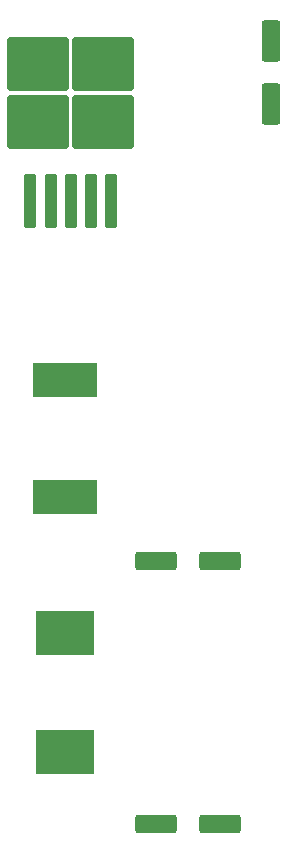
<source format=gbr>
%TF.GenerationSoftware,KiCad,Pcbnew,7.0.7-7.0.7~ubuntu22.04.1*%
%TF.CreationDate,2023-09-22T11:09:07-06:00*%
%TF.ProjectId,stepper_microscope_stage,73746570-7065-4725-9f6d-6963726f7363,1.1*%
%TF.SameCoordinates,Original*%
%TF.FileFunction,Paste,Bot*%
%TF.FilePolarity,Positive*%
%FSLAX46Y46*%
G04 Gerber Fmt 4.6, Leading zero omitted, Abs format (unit mm)*
G04 Created by KiCad (PCBNEW 7.0.7-7.0.7~ubuntu22.04.1) date 2023-09-22 11:09:07*
%MOMM*%
%LPD*%
G01*
G04 APERTURE LIST*
G04 Aperture macros list*
%AMRoundRect*
0 Rectangle with rounded corners*
0 $1 Rounding radius*
0 $2 $3 $4 $5 $6 $7 $8 $9 X,Y pos of 4 corners*
0 Add a 4 corners polygon primitive as box body*
4,1,4,$2,$3,$4,$5,$6,$7,$8,$9,$2,$3,0*
0 Add four circle primitives for the rounded corners*
1,1,$1+$1,$2,$3*
1,1,$1+$1,$4,$5*
1,1,$1+$1,$6,$7*
1,1,$1+$1,$8,$9*
0 Add four rect primitives between the rounded corners*
20,1,$1+$1,$2,$3,$4,$5,0*
20,1,$1+$1,$4,$5,$6,$7,0*
20,1,$1+$1,$6,$7,$8,$9,0*
20,1,$1+$1,$8,$9,$2,$3,0*%
G04 Aperture macros list end*
%ADD10RoundRect,0.250000X-1.500000X-0.550000X1.500000X-0.550000X1.500000X0.550000X-1.500000X0.550000X0*%
%ADD11RoundRect,0.250000X0.300000X-2.050000X0.300000X2.050000X-0.300000X2.050000X-0.300000X-2.050000X0*%
%ADD12RoundRect,0.250000X2.375000X-2.025000X2.375000X2.025000X-2.375000X2.025000X-2.375000X-2.025000X0*%
%ADD13R,5.400000X2.900000*%
%ADD14R,5.000000X3.850000*%
%ADD15RoundRect,0.250000X-0.550000X1.500000X-0.550000X-1.500000X0.550000X-1.500000X0.550000X1.500000X0*%
G04 APERTURE END LIST*
D10*
%TO.C,C3*%
X157500000Y-126722144D03*
X162900000Y-126722144D03*
%TD*%
D11*
%TO.C,TL2575*%
X153650000Y-73972144D03*
X151950000Y-73972144D03*
X150250000Y-73972144D03*
D12*
X147475000Y-67247144D03*
X153025000Y-67247144D03*
X147475000Y-62397144D03*
X153025000Y-62397144D03*
D11*
X148550000Y-73972144D03*
X146850000Y-73972144D03*
%TD*%
D13*
%TO.C,L1*%
X149750000Y-89122144D03*
X149750000Y-99022144D03*
%TD*%
D14*
%TO.C,L2*%
X149750000Y-110497144D03*
X149750000Y-120647144D03*
%TD*%
D15*
%TO.C,C1*%
X167250000Y-60372144D03*
X167250000Y-65772144D03*
%TD*%
D10*
%TO.C,C2*%
X157500000Y-104422144D03*
X162900000Y-104422144D03*
%TD*%
M02*

</source>
